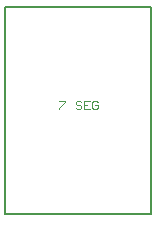
<source format=gbr>
G04*
G04 #@! TF.GenerationSoftware,Altium Limited,Altium Designer,23.8.1 (32)*
G04*
G04 Layer_Color=8388736*
%FSLAX44Y44*%
%MOMM*%
G71*
G04*
G04 #@! TF.SameCoordinates,4E8033DB-9698-49A7-8747-1B8CF0FAEC2F*
G04*
G04*
G04 #@! TF.FilePolarity,Positive*
G04*
G01*
G75*
%ADD11C,0.1000*%
%ADD12C,0.2000*%
D11*
X198840Y203640D02*
G03*
X198840Y202640I0J-500D01*
G01*
D02*
G03*
X198840Y203640I0J500D01*
G01*
X233672Y303499D02*
X238337D01*
Y302333D01*
X233672Y297668D01*
Y296501D01*
X252333Y302333D02*
X251166Y303499D01*
X248834D01*
X247667Y302333D01*
Y301166D01*
X248834Y300000D01*
X251166D01*
X252333Y298834D01*
Y297668D01*
X251166Y296501D01*
X248834D01*
X247667Y297668D01*
X259330Y303499D02*
X254665D01*
Y296501D01*
X259330D01*
X254665Y300000D02*
X256998D01*
X266328Y302333D02*
X265162Y303499D01*
X262829D01*
X261663Y302333D01*
Y297668D01*
X262829Y296501D01*
X265162D01*
X266328Y297668D01*
Y300000D01*
X263995D01*
D12*
X187640Y208140D02*
Y383140D01*
Y208140D02*
X311640D01*
Y383140D01*
X187640D02*
X311640D01*
M02*

</source>
